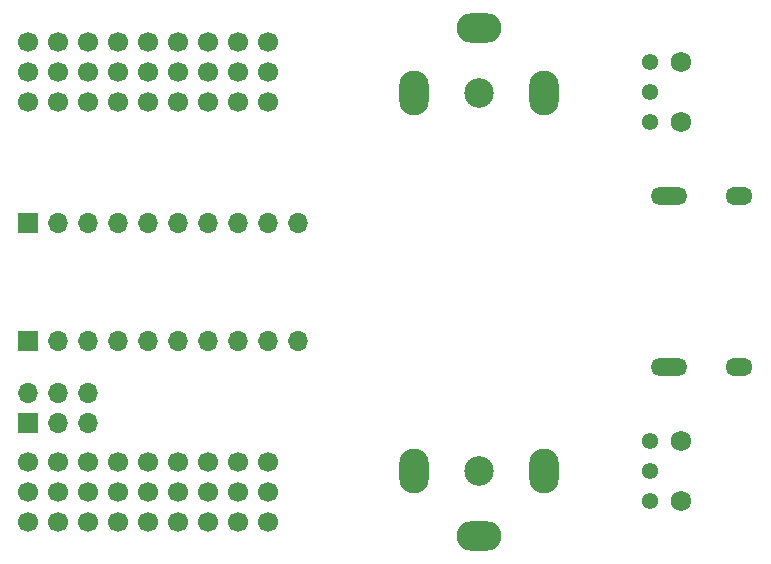
<source format=gbr>
%TF.GenerationSoftware,KiCad,Pcbnew,5.1.9-73d0e3b20d~88~ubuntu20.04.1*%
%TF.CreationDate,2021-06-05T19:42:07+02:00*%
%TF.ProjectId,andy,616e6479-2e6b-4696-9361-645f70636258,v1.00*%
%TF.SameCoordinates,Original*%
%TF.FileFunction,Soldermask,Bot*%
%TF.FilePolarity,Negative*%
%FSLAX46Y46*%
G04 Gerber Fmt 4.6, Leading zero omitted, Abs format (unit mm)*
G04 Created by KiCad (PCBNEW 5.1.9-73d0e3b20d~88~ubuntu20.04.1) date 2021-06-05 19:42:07*
%MOMM*%
%LPD*%
G01*
G04 APERTURE LIST*
%ADD10C,1.700000*%
%ADD11C,1.381250*%
%ADD12C,1.725000*%
%ADD13C,1.381000*%
%ADD14C,2.500000*%
%ADD15O,2.500000X3.800000*%
%ADD16O,3.800000X2.500000*%
%ADD17O,3.100000X1.500000*%
%ADD18O,2.300000X1.500000*%
%ADD19O,1.700000X1.700000*%
%ADD20R,1.700000X1.700000*%
G04 APERTURE END LIST*
D10*
%TO.C,U1*%
X160160000Y-79680000D03*
X157620000Y-79680000D03*
X155080000Y-79680000D03*
X152540000Y-79680000D03*
X150000000Y-79680000D03*
X147460000Y-79680000D03*
X144920000Y-79680000D03*
X142380000Y-79680000D03*
X139840000Y-79680000D03*
X160160000Y-82220000D03*
X157620000Y-82220000D03*
X155080000Y-82220000D03*
X152540000Y-82220000D03*
X150000000Y-82220000D03*
X147460000Y-82220000D03*
X144920000Y-82220000D03*
X142380000Y-82220000D03*
X139840000Y-82220000D03*
X160160000Y-84760000D03*
X157620000Y-84760000D03*
X155080000Y-84760000D03*
X152540000Y-84760000D03*
X150000000Y-84760000D03*
X147460000Y-84760000D03*
X144920000Y-84760000D03*
X142380000Y-84760000D03*
X139840000Y-84760000D03*
X160160000Y-115240000D03*
X157620000Y-115240000D03*
X155080000Y-115240000D03*
X152540000Y-115240000D03*
X150000000Y-115240000D03*
X147460000Y-115240000D03*
X144920000Y-115240000D03*
X142380000Y-115240000D03*
X139840000Y-115240000D03*
X160160000Y-117780000D03*
X157620000Y-117780000D03*
X155080000Y-117780000D03*
X152540000Y-117780000D03*
X150000000Y-117780000D03*
X147460000Y-117780000D03*
X144920000Y-117780000D03*
X142380000Y-117780000D03*
X139840000Y-117780000D03*
X160160000Y-120320000D03*
X157620000Y-120320000D03*
X155080000Y-120320000D03*
X152540000Y-120320000D03*
X150000000Y-120320000D03*
X147460000Y-120320000D03*
X144920000Y-120320000D03*
X142380000Y-120320000D03*
X139840000Y-120320000D03*
%TD*%
D11*
%TO.C,U2*%
X192440000Y-86500000D03*
X192440000Y-83960000D03*
X192440000Y-81420000D03*
D12*
X195070000Y-86500000D03*
X195070000Y-81420000D03*
%TD*%
D13*
%TO.C,U3*%
X192490000Y-118540000D03*
X192490000Y-116000000D03*
X192490000Y-113460000D03*
D12*
X195110000Y-118540000D03*
X195110000Y-113460000D03*
%TD*%
D14*
%TO.C,J1*%
X178000000Y-84000000D03*
D15*
X172500000Y-84000000D03*
X183500000Y-84000000D03*
D16*
X178000000Y-78500000D03*
%TD*%
%TO.C,J2*%
X178000000Y-121500000D03*
D15*
X172500000Y-116000000D03*
X183500000Y-116000000D03*
D14*
X178000000Y-116000000D03*
%TD*%
D17*
%TO.C,J3*%
X194040000Y-107250000D03*
X194040000Y-92750000D03*
D18*
X200000000Y-107250000D03*
X200000000Y-92750000D03*
%TD*%
D19*
%TO.C,J4*%
X162700000Y-105000000D03*
X160160000Y-105000000D03*
X157620000Y-105000000D03*
X155080000Y-105000000D03*
X152540000Y-105000000D03*
X150000000Y-105000000D03*
X147460000Y-105000000D03*
X144920000Y-105000000D03*
X142380000Y-105000000D03*
D20*
X139840000Y-105000000D03*
%TD*%
%TO.C,J5*%
X139840000Y-95000000D03*
D19*
X142380000Y-95000000D03*
X144920000Y-95000000D03*
X147460000Y-95000000D03*
X150000000Y-95000000D03*
X152540000Y-95000000D03*
X155080000Y-95000000D03*
X157620000Y-95000000D03*
X160160000Y-95000000D03*
X162700000Y-95000000D03*
%TD*%
D20*
%TO.C,J6*%
X139840000Y-111930000D03*
D19*
X139840000Y-109390000D03*
X142380000Y-111930000D03*
X142380000Y-109390000D03*
X144920000Y-111930000D03*
X144920000Y-109390000D03*
%TD*%
M02*

</source>
